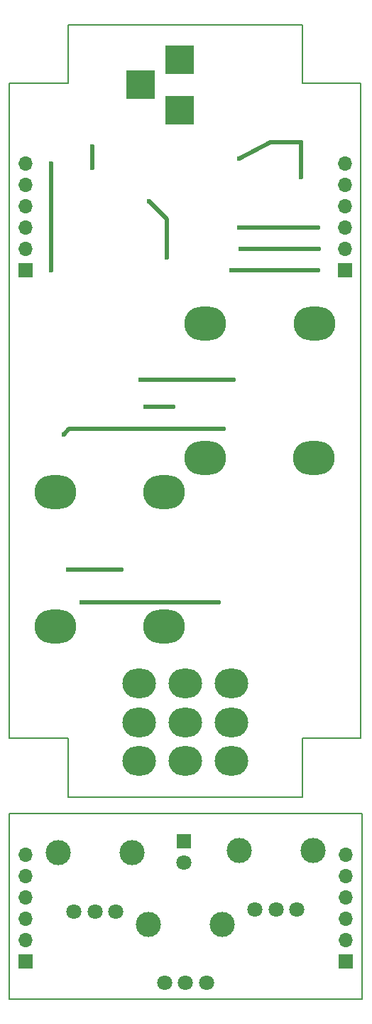
<source format=gbr>
G04 #@! TF.FileFunction,Copper,L1,Top,Signal*
%FSLAX46Y46*%
G04 Gerber Fmt 4.6, Leading zero omitted, Abs format (unit mm)*
G04 Created by KiCad (PCBNEW 4.0.6) date 01/08/18 00:15:57*
%MOMM*%
%LPD*%
G01*
G04 APERTURE LIST*
%ADD10C,0.100000*%
%ADD11C,0.150000*%
%ADD12R,3.500000X3.500000*%
%ADD13O,5.000000X4.000000*%
%ADD14O,4.000000X3.500000*%
%ADD15C,1.800000*%
%ADD16C,3.000000*%
%ADD17R,1.800000X1.800000*%
%ADD18R,1.700000X1.700000*%
%ADD19O,1.700000X1.700000*%
%ADD20C,0.600000*%
%ADD21C,0.500000*%
G04 APERTURE END LIST*
D10*
D11*
X96012000Y-188849000D02*
X96012000Y-110871000D01*
X61087000Y-195834000D02*
X89027000Y-195834000D01*
X61087000Y-188849000D02*
X54102000Y-188849000D01*
X54102000Y-110871000D02*
X54102000Y-188849000D01*
X89027000Y-103886000D02*
X61087000Y-103886000D01*
X96139000Y-197802500D02*
X54102000Y-197802500D01*
X96139000Y-197802500D02*
X96012000Y-197802500D01*
X96139000Y-219900500D02*
X96139000Y-197802500D01*
X54102000Y-219900500D02*
X54102000Y-197929500D01*
X54102000Y-197802500D02*
X54102000Y-197929500D01*
X54178200Y-219875100D02*
X96189800Y-219875100D01*
X61087000Y-110871000D02*
X54102000Y-110871000D01*
X61087000Y-103886000D02*
X61087000Y-110871000D01*
X89027000Y-110871000D02*
X96012000Y-110871000D01*
X89027000Y-103886000D02*
X89027000Y-110871000D01*
X89027000Y-188849000D02*
X89027000Y-195834000D01*
X96012000Y-188849000D02*
X89027000Y-188849000D01*
X61087000Y-188849000D02*
X61087000Y-195834000D01*
D12*
X74422000Y-114046000D03*
X74422000Y-108046000D03*
X69722000Y-111046000D03*
D13*
X77447000Y-155447000D03*
X77447000Y-139447000D03*
X90447000Y-139447000D03*
X90424000Y-155447000D03*
X72540000Y-159513000D03*
X72540000Y-175513000D03*
X59540000Y-175513000D03*
X59563000Y-159513000D03*
D14*
X69557000Y-182344000D03*
X75057000Y-182344000D03*
X80557000Y-182344000D03*
X69557000Y-186944000D03*
X75057000Y-186944000D03*
X80557000Y-186944000D03*
X69557000Y-191544000D03*
X75057000Y-191544000D03*
X80557000Y-191544000D03*
D15*
X83392000Y-209232500D03*
X85892000Y-209232500D03*
X88392000Y-209232500D03*
D16*
X81492000Y-202232500D03*
X90292000Y-202232500D03*
D15*
X72597000Y-217995500D03*
X75097000Y-217995500D03*
X77597000Y-217995500D03*
D16*
X70697000Y-210995500D03*
X79497000Y-210995500D03*
D15*
X61802000Y-209486500D03*
X64302000Y-209486500D03*
X66802000Y-209486500D03*
D16*
X59902000Y-202486500D03*
X68702000Y-202486500D03*
D17*
X74930000Y-201104500D03*
D15*
X74930000Y-203644500D03*
D18*
X94234000Y-215392000D03*
D19*
X94234000Y-212852000D03*
X94234000Y-210312000D03*
X94234000Y-207772000D03*
X94234000Y-205232000D03*
X94234000Y-202692000D03*
D18*
X56007000Y-215392000D03*
D19*
X56007000Y-212852000D03*
X56007000Y-210312000D03*
X56007000Y-207772000D03*
X56007000Y-205232000D03*
X56007000Y-202692000D03*
D18*
X94107000Y-133096000D03*
D19*
X94107000Y-130556000D03*
X94107000Y-128016000D03*
X94107000Y-125476000D03*
X94107000Y-122936000D03*
X94107000Y-120396000D03*
D18*
X56007000Y-133096000D03*
D19*
X56007000Y-130556000D03*
X56007000Y-128016000D03*
X56007000Y-125476000D03*
X56007000Y-122936000D03*
X56007000Y-120396000D03*
D20*
X62738000Y-172669200D03*
X79070200Y-172643800D03*
X88900000Y-117856000D03*
X81534000Y-119824500D03*
X70739000Y-124904500D03*
X72898000Y-131572000D03*
X59055000Y-133096000D03*
X59029600Y-120446800D03*
X59055000Y-127990600D03*
X88900000Y-122047000D03*
X60579000Y-152654000D03*
X79603600Y-152019000D03*
X90957400Y-130556000D03*
X81661000Y-130556000D03*
X61087000Y-168783000D03*
X67437000Y-168783000D03*
X90881200Y-128016000D03*
X81534000Y-128016000D03*
X90893900Y-133096000D03*
X80556100Y-133096000D03*
X70358000Y-149352000D03*
X73596500Y-149352000D03*
X64008000Y-120929400D03*
X64008000Y-118440200D03*
X69723000Y-146177000D03*
X80835500Y-146177000D03*
D21*
X72898000Y-131572000D02*
X72898000Y-127063500D01*
X72898000Y-127063500D02*
X70739000Y-124904500D01*
X79044800Y-172669200D02*
X62738000Y-172669200D01*
X79070200Y-172643800D02*
X79044800Y-172669200D01*
X81534000Y-119824500D02*
X85217000Y-117856000D01*
X85217000Y-117856000D02*
X88900000Y-117856000D01*
X59055000Y-133096000D02*
X59055000Y-127990600D01*
X59055000Y-127990600D02*
X59029600Y-120446800D01*
X88900000Y-122047000D02*
X88900000Y-117856000D01*
X61214000Y-152019000D02*
X79603600Y-152019000D01*
X60579000Y-152654000D02*
X61214000Y-152019000D01*
X90957400Y-130556000D02*
X81661000Y-130556000D01*
X67437000Y-168783000D02*
X61087000Y-168783000D01*
X81534000Y-128016000D02*
X90881200Y-128016000D01*
X90893900Y-133096000D02*
X80556100Y-133096000D01*
X73596500Y-149352000D02*
X70358000Y-149352000D01*
X64008000Y-120929400D02*
X64008000Y-118440200D01*
X80835500Y-146177000D02*
X69723000Y-146177000D01*
M02*

</source>
